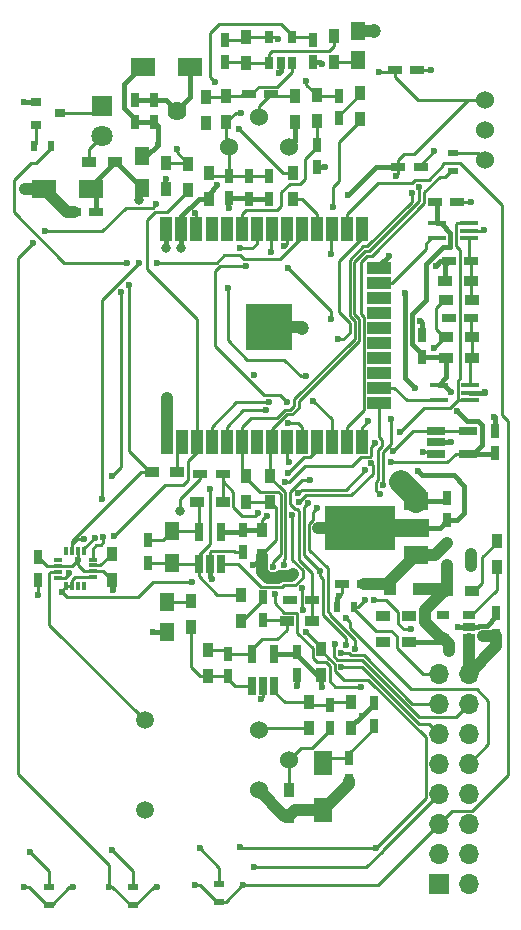
<source format=gbr>
G04 #@! TF.FileFunction,Copper,L2,Bot,Signal*
%FSLAX46Y46*%
G04 Gerber Fmt 4.6, Leading zero omitted, Abs format (unit mm)*
G04 Created by KiCad (PCBNEW 4.0.7-e2-6376~58~ubuntu17.04.1) date Thu Oct 26 07:28:53 2017*
%MOMM*%
%LPD*%
G01*
G04 APERTURE LIST*
%ADD10C,0.100000*%
%ADD11R,0.750000X1.200000*%
%ADD12R,1.200000X0.750000*%
%ADD13R,1.000000X2.000000*%
%ADD14R,2.000000X1.000000*%
%ADD15R,4.000000X4.000000*%
%ADD16R,1.800000X1.800000*%
%ADD17C,1.800000*%
%ADD18C,1.500000*%
%ADD19R,0.900000X0.800000*%
%ADD20R,0.900000X0.500000*%
%ADD21R,0.500000X0.900000*%
%ADD22C,1.524000*%
%ADD23C,1.624000*%
%ADD24R,6.000000X3.800000*%
%ADD25R,3.000000X1.500000*%
%ADD26R,2.000000X1.500000*%
%ADD27R,2.000000X1.600000*%
%ADD28R,1.600000X2.000000*%
%ADD29R,1.250000X1.500000*%
%ADD30R,0.900000X1.200000*%
%ADD31R,1.000000X1.000000*%
%ADD32R,1.200000X0.900000*%
%ADD33R,1.300000X1.500000*%
%ADD34R,1.060000X0.650000*%
%ADD35R,0.650000X1.060000*%
%ADD36R,0.650000X1.560000*%
%ADD37R,1.560000X0.650000*%
%ADD38R,1.500000X0.400000*%
%ADD39R,1.700000X1.700000*%
%ADD40O,1.700000X1.700000*%
%ADD41R,0.750000X0.300000*%
%ADD42R,0.300000X0.750000*%
%ADD43C,0.600000*%
%ADD44C,0.800000*%
%ADD45C,1.200000*%
%ADD46C,0.250000*%
%ADD47C,0.400000*%
%ADD48C,1.000000*%
%ADD49C,2.000000*%
G04 APERTURE END LIST*
D10*
D11*
X151990000Y-52720000D03*
X151990000Y-54620000D03*
D12*
X156340000Y-98830000D03*
X154440000Y-98830000D03*
D13*
X142128200Y-68723880D03*
X142156200Y-86757880D03*
D14*
X157622200Y-82185880D03*
X157622200Y-83455880D03*
X157622200Y-77105880D03*
X157622200Y-78375880D03*
X157622200Y-80915880D03*
X157622200Y-79645880D03*
X157622200Y-74565880D03*
X157622200Y-75835880D03*
X157622200Y-73295880D03*
X157622200Y-72025880D03*
D13*
X139608200Y-86741880D03*
X140886200Y-86757880D03*
X144696200Y-86757880D03*
X143418200Y-86741880D03*
X148498200Y-86741880D03*
X149776200Y-86757880D03*
X147236200Y-86757880D03*
X145958200Y-86741880D03*
X156118200Y-86741880D03*
X153578200Y-86741880D03*
X154856200Y-86757880D03*
X152316200Y-86757880D03*
X151038200Y-86741880D03*
X151038200Y-68707880D03*
X152316200Y-68723880D03*
X154856200Y-68723880D03*
X153578200Y-68707880D03*
X156118200Y-68707880D03*
X145958200Y-68707880D03*
X147236200Y-68723880D03*
X149776200Y-68723880D03*
X148498200Y-68707880D03*
X143418200Y-68707880D03*
X144696200Y-68723880D03*
X140858200Y-68723880D03*
X139588200Y-68723880D03*
D15*
X148275000Y-77050000D03*
D16*
X134150000Y-58310000D03*
D17*
X134150000Y-60850000D03*
D18*
X137750000Y-117950000D03*
X137750000Y-110350000D03*
D19*
X128550000Y-59900000D03*
X128550000Y-58000000D03*
X130550000Y-58950000D03*
D20*
X163880000Y-62320000D03*
X163880000Y-63820000D03*
D21*
X128350000Y-61700000D03*
X129850000Y-61700000D03*
D20*
X136750000Y-125950000D03*
X136750000Y-124450000D03*
D21*
X155500000Y-100730000D03*
X154000000Y-100730000D03*
D22*
X166520000Y-62900000D03*
X166520000Y-60360000D03*
X166520000Y-57820000D03*
D23*
X140450000Y-58720000D03*
D22*
X144910000Y-61765000D03*
X149990000Y-61765000D03*
X147450000Y-59225000D03*
X147425000Y-111175000D03*
X147425000Y-116255000D03*
X149965000Y-113715000D03*
D24*
X155960000Y-94070000D03*
D25*
X160380000Y-94070000D03*
D26*
X160710000Y-96370000D03*
X160710000Y-91770000D03*
D20*
X144025000Y-125725000D03*
X144025000Y-124225000D03*
X129655000Y-125965000D03*
X129655000Y-124465000D03*
D11*
X138520000Y-59690000D03*
X138520000Y-57790000D03*
D27*
X137590000Y-55040000D03*
X141590000Y-55040000D03*
D11*
X167520000Y-103180000D03*
X167520000Y-101280000D03*
X128700000Y-98440000D03*
X128700000Y-96540000D03*
D12*
X158930000Y-55280000D03*
X160830000Y-55280000D03*
D11*
X136940000Y-59680000D03*
X136940000Y-57780000D03*
D12*
X159200000Y-63520000D03*
X161100000Y-63520000D03*
D11*
X144910000Y-64220000D03*
X144910000Y-66120000D03*
X146610000Y-64270000D03*
X146610000Y-66170000D03*
X148310000Y-64270000D03*
X148310000Y-66170000D03*
D28*
X152800000Y-113950000D03*
X152800000Y-117950000D03*
D11*
X155050000Y-113550000D03*
X155050000Y-115450000D03*
X157130000Y-110810000D03*
X157130000Y-108910000D03*
X150680000Y-104590000D03*
X150680000Y-106490000D03*
X146050000Y-94200000D03*
X146050000Y-96100000D03*
D12*
X162320000Y-66490000D03*
X164220000Y-66490000D03*
D29*
X155800000Y-54450000D03*
X155800000Y-51950000D03*
X139640000Y-100340000D03*
X139640000Y-102840000D03*
D12*
X148450000Y-57350000D03*
X146550000Y-57350000D03*
D11*
X153430000Y-110960000D03*
X153430000Y-109060000D03*
X144570000Y-54640000D03*
X144570000Y-52740000D03*
X144770000Y-106590000D03*
X144770000Y-104690000D03*
X154200000Y-57450000D03*
X154200000Y-59350000D03*
X147750000Y-101820000D03*
X147750000Y-99920000D03*
X152300000Y-61600000D03*
X152300000Y-63500000D03*
D12*
X151950000Y-100150000D03*
X150050000Y-100150000D03*
D11*
X138050000Y-97000000D03*
X138050000Y-95100000D03*
D12*
X144340000Y-89470000D03*
X142440000Y-89470000D03*
X165370000Y-71480000D03*
X163470000Y-71480000D03*
X165400000Y-76250000D03*
X163500000Y-76250000D03*
D11*
X161220000Y-79590000D03*
X161220000Y-77690000D03*
X167380000Y-87730000D03*
X167380000Y-85830000D03*
D27*
X133200000Y-65360000D03*
X129200000Y-65360000D03*
D12*
X133620000Y-67320000D03*
X131720000Y-67320000D03*
D30*
X167530000Y-97360000D03*
X167530000Y-95160000D03*
D31*
X158510000Y-99180000D03*
X161010000Y-99180000D03*
D19*
X163380000Y-97210000D03*
X163380000Y-95310000D03*
X165380000Y-96260000D03*
D30*
X150270000Y-66190000D03*
X150270000Y-63990000D03*
D32*
X138320000Y-89320000D03*
X140520000Y-89320000D03*
X135200000Y-63100000D03*
X133000000Y-63100000D03*
D30*
X148390000Y-89660000D03*
X148390000Y-91860000D03*
X146360000Y-89660000D03*
X146360000Y-91860000D03*
X139570000Y-65390000D03*
X139570000Y-63190000D03*
D32*
X163240000Y-99390000D03*
X165440000Y-99390000D03*
D33*
X137530000Y-65300000D03*
X137530000Y-62600000D03*
D30*
X144650000Y-59700000D03*
X144650000Y-57500000D03*
X143160000Y-63970000D03*
X143160000Y-66170000D03*
D32*
X157880000Y-101480000D03*
X160080000Y-101480000D03*
D30*
X134940000Y-96290000D03*
X134940000Y-98490000D03*
D33*
X140050000Y-94350000D03*
X140050000Y-97050000D03*
D32*
X160090000Y-103680000D03*
X157890000Y-103680000D03*
D30*
X152690000Y-106460000D03*
X152690000Y-104260000D03*
X147700000Y-94200000D03*
X147700000Y-96400000D03*
X150500000Y-57450000D03*
X150500000Y-59650000D03*
X150000000Y-116200000D03*
X150000000Y-118400000D03*
X153800000Y-52400000D03*
X153800000Y-54600000D03*
X141690000Y-102400000D03*
X141690000Y-100200000D03*
X142900000Y-57560000D03*
X142900000Y-59760000D03*
X151630000Y-110960000D03*
X151630000Y-108760000D03*
X155230000Y-108760000D03*
X155230000Y-110960000D03*
X146300000Y-52490000D03*
X146300000Y-54690000D03*
X143100000Y-104360000D03*
X143100000Y-106560000D03*
D32*
X163280000Y-79660000D03*
X165480000Y-79660000D03*
D30*
X152300000Y-59600000D03*
X152300000Y-57400000D03*
D32*
X151950000Y-101950000D03*
X149750000Y-101950000D03*
D30*
X155950000Y-59450000D03*
X155950000Y-57250000D03*
X145870000Y-99710000D03*
X145870000Y-101910000D03*
D32*
X144400000Y-91820000D03*
X142200000Y-91820000D03*
X165460000Y-77910000D03*
X163260000Y-77910000D03*
X163230000Y-74730000D03*
X165430000Y-74730000D03*
X165390000Y-73120000D03*
X163190000Y-73120000D03*
D30*
X141420000Y-65400000D03*
X141420000Y-63200000D03*
D34*
X165200000Y-101450000D03*
X165200000Y-102400000D03*
X165200000Y-103350000D03*
X163000000Y-103350000D03*
X163000000Y-101450000D03*
D35*
X150210000Y-54690000D03*
X149260000Y-54690000D03*
X148310000Y-54690000D03*
X148310000Y-52490000D03*
X150210000Y-52490000D03*
D36*
X148730000Y-107450000D03*
X147780000Y-107450000D03*
X146830000Y-107450000D03*
X146830000Y-104750000D03*
X148730000Y-104750000D03*
X144200000Y-97100000D03*
X143250000Y-97100000D03*
X142300000Y-97100000D03*
X142300000Y-94400000D03*
X144200000Y-94400000D03*
D37*
X162400000Y-87750000D03*
X162400000Y-86800000D03*
X162400000Y-85850000D03*
X165100000Y-85850000D03*
X165100000Y-87750000D03*
D38*
X165190000Y-68240000D03*
X165190000Y-68890000D03*
X165190000Y-69540000D03*
X162530000Y-69540000D03*
X162530000Y-68240000D03*
X165310000Y-81940000D03*
X165310000Y-82590000D03*
X165310000Y-83240000D03*
X162650000Y-83240000D03*
X162650000Y-81940000D03*
D39*
X162660000Y-124180000D03*
D40*
X165200000Y-124180000D03*
X162660000Y-121640000D03*
X165200000Y-121640000D03*
X162660000Y-119100000D03*
X165200000Y-119100000D03*
X162660000Y-116560000D03*
X165200000Y-116560000D03*
X162660000Y-114020000D03*
X165200000Y-114020000D03*
X162660000Y-111480000D03*
X165200000Y-111480000D03*
X162660000Y-108940000D03*
X165200000Y-108940000D03*
X162660000Y-106400000D03*
X165200000Y-106400000D03*
D11*
X163380000Y-93400000D03*
X163380000Y-91500000D03*
D41*
X133330000Y-98230000D03*
X133330000Y-97730000D03*
X133330000Y-96730000D03*
X133330000Y-97230000D03*
D42*
X131110000Y-98990000D03*
X131610000Y-98990000D03*
X132110000Y-98990000D03*
X132610000Y-98990000D03*
X132610000Y-96010000D03*
X132110000Y-96010000D03*
X131610000Y-96010000D03*
X131110000Y-96010000D03*
D41*
X130410000Y-98270000D03*
X130410000Y-97770000D03*
X130410000Y-97270000D03*
X130410000Y-96770000D03*
D43*
X144870000Y-66960000D03*
X161100000Y-63520000D03*
X150043051Y-100156949D03*
X152720000Y-54760000D03*
X161060010Y-76570000D03*
X162374010Y-71870952D03*
X158400000Y-71030000D03*
X150660000Y-107440000D03*
X162250000Y-62170000D03*
X142900000Y-59760000D03*
X139580000Y-64470000D03*
X167360222Y-84625797D03*
D44*
X140760000Y-92630000D03*
X139610000Y-83080000D03*
D43*
X147608000Y-108554000D03*
X135028843Y-99292990D03*
X153050000Y-63480000D03*
X157880000Y-101480000D03*
X157890000Y-103680000D03*
X143400000Y-98340000D03*
X138470000Y-102840000D03*
X132091421Y-96759383D03*
X149140000Y-55490000D03*
D45*
X157180000Y-51990000D03*
D43*
X163690000Y-86790000D03*
X154230000Y-99790000D03*
X164300000Y-102410000D03*
D45*
X159480000Y-90170000D03*
D43*
X166590000Y-82540000D03*
X163500000Y-76250000D03*
X166490000Y-68860000D03*
X165340000Y-66490000D03*
X161970000Y-55270000D03*
D45*
X151100000Y-77080000D03*
D44*
X139580000Y-70340000D03*
X127580000Y-65360000D03*
D43*
X127490000Y-58010000D03*
X156120000Y-109940000D03*
X138830000Y-61640000D03*
X145880000Y-58910000D03*
X143700000Y-56290000D03*
D44*
X163550000Y-104450000D03*
D43*
X159030000Y-64270000D03*
X148390000Y-91860000D03*
X151060000Y-99160000D03*
X151139987Y-101024213D03*
X151410000Y-102850002D03*
X154970000Y-65860000D03*
X159750000Y-74120000D03*
X160600000Y-82240000D03*
X160900000Y-89270000D03*
X143880000Y-65040000D03*
X146360000Y-91860000D03*
D44*
X150339536Y-97948464D03*
D43*
X146950000Y-97230000D03*
X141766000Y-98648000D03*
D44*
X137224359Y-66268989D03*
X152434000Y-94076000D03*
D43*
X145840000Y-121090000D03*
X157310000Y-121110000D03*
X130710000Y-99435000D03*
X128690000Y-99690000D03*
X157580000Y-55460000D03*
D44*
X140850000Y-70340000D03*
D43*
X152720000Y-107510000D03*
X152800000Y-113950000D03*
X164210000Y-84140000D03*
X163659989Y-82530000D03*
X156402680Y-89181557D03*
X150725136Y-91128051D03*
X148116000Y-93075011D03*
X158575021Y-88488000D03*
X151420000Y-56170000D03*
X149020000Y-52630000D03*
X146350808Y-71855313D03*
X145785783Y-70389966D03*
X151775556Y-89984444D03*
X149824882Y-83411694D03*
X153704000Y-66898000D03*
X143290000Y-90774000D03*
X159360000Y-85890000D03*
X157260000Y-86850000D03*
X149630000Y-90140000D03*
X147300000Y-92800000D03*
X135010000Y-121340000D03*
X157634989Y-91192483D03*
X156390000Y-100150000D03*
X138800000Y-124410000D03*
X128260000Y-69950000D03*
X129320000Y-68930000D03*
X138718000Y-66644000D03*
X142020000Y-67406000D03*
X134700000Y-124410000D03*
D44*
X166400000Y-103230000D03*
X165400000Y-97250000D03*
D43*
X145700000Y-60260000D03*
X135750000Y-74070000D03*
X134950000Y-89670000D03*
X154341041Y-104649513D03*
X133495000Y-94900000D03*
X136410000Y-73455700D03*
X154390022Y-105799525D03*
X132610855Y-94967212D03*
X136210000Y-71620000D03*
X144810000Y-73760000D03*
X151370000Y-81170000D03*
X152020000Y-83270000D03*
X160980000Y-65219274D03*
X149500000Y-97180000D03*
X154820000Y-101680000D03*
X156050000Y-107480000D03*
X148740000Y-99680000D03*
X148610000Y-97319978D03*
X160360000Y-65730000D03*
X140440000Y-61990000D03*
X163000000Y-101450000D03*
X160080000Y-101480000D03*
X151608688Y-91908688D03*
X154825476Y-103923497D03*
X148038124Y-84098602D03*
X152560000Y-97680000D03*
X155510000Y-104260000D03*
X152310000Y-92390000D03*
X148310000Y-83350000D03*
X149983017Y-88453796D03*
X149890000Y-89360000D03*
X149910000Y-85140000D03*
X154120526Y-78081825D03*
X153540000Y-70820000D03*
X147000000Y-81100000D03*
X153510000Y-76374990D03*
X149851985Y-72021985D03*
X149500556Y-70150556D03*
X148440000Y-70690000D03*
X156865342Y-88591251D03*
X150224146Y-92950389D03*
X150784657Y-91875697D03*
X158800000Y-87540000D03*
X127540000Y-124490000D03*
X160300000Y-102620000D03*
X157200000Y-100120000D03*
X157910000Y-90450000D03*
X158600000Y-84830000D03*
X156690000Y-85010000D03*
X146960000Y-122790000D03*
X131640000Y-124490000D03*
X141970000Y-124300000D03*
X146070000Y-124300000D03*
X142410000Y-121190000D03*
X128000000Y-121480000D03*
X131325102Y-97895010D03*
X161300000Y-87610000D03*
X162230000Y-78810000D03*
X135150000Y-94770000D03*
X153870826Y-103891292D03*
X134242858Y-94843202D03*
X134150000Y-91600000D03*
X137240000Y-71630000D03*
X138770000Y-71590000D03*
D46*
X144910000Y-66120000D02*
X144910000Y-66920000D01*
X144910000Y-66920000D02*
X144870000Y-66960000D01*
X148310000Y-66170000D02*
X148310000Y-65945000D01*
X130410000Y-97270000D02*
X131580804Y-97270000D01*
X131580804Y-97270000D02*
X132091421Y-96759383D01*
X130410000Y-97270000D02*
X129430000Y-97270000D01*
X129430000Y-97270000D02*
X128700000Y-96540000D01*
X128700000Y-96540000D02*
X128700000Y-96610000D01*
X132091421Y-96759383D02*
X132091421Y-97183647D01*
X132091421Y-97183647D02*
X132637774Y-97730000D01*
X132637774Y-97730000D02*
X133330000Y-97730000D01*
X134940000Y-98490000D02*
X134180000Y-97730000D01*
X134180000Y-97730000D02*
X133330000Y-97730000D01*
X161100000Y-63520000D02*
X161100000Y-63320000D01*
X161100000Y-63320000D02*
X162250000Y-62170000D01*
D47*
X154000000Y-100730000D02*
X154000000Y-100020000D01*
X154000000Y-100020000D02*
X154230000Y-99790000D01*
X151990000Y-54620000D02*
X152580000Y-54620000D01*
X152580000Y-54620000D02*
X152720000Y-54760000D01*
X161100000Y-76570000D02*
X161060010Y-76570000D01*
X161220000Y-76690000D02*
X161100000Y-76570000D01*
X161220000Y-77690000D02*
X161220000Y-76690000D01*
X162764962Y-71480000D02*
X162374010Y-71870952D01*
X163470000Y-71480000D02*
X162764962Y-71480000D01*
X157622200Y-72025880D02*
X157622200Y-71807800D01*
X157622200Y-71807800D02*
X158400000Y-71030000D01*
X150680000Y-106490000D02*
X150680000Y-107420000D01*
X150680000Y-107420000D02*
X150660000Y-107440000D01*
D46*
X139570000Y-65390000D02*
X139570000Y-64480000D01*
X139570000Y-64480000D02*
X139580000Y-64470000D01*
D47*
X167380000Y-84645575D02*
X167360222Y-84625797D01*
X167380000Y-85830000D02*
X167380000Y-84645575D01*
D46*
X142440000Y-89470000D02*
X142440000Y-89944998D01*
X142440000Y-89944998D02*
X140760000Y-91624998D01*
X140760000Y-91624998D02*
X140760000Y-92630000D01*
D48*
X139608200Y-86741880D02*
X139608200Y-83081800D01*
X139608200Y-83081800D02*
X139610000Y-83080000D01*
D46*
X147780000Y-107450000D02*
X147780000Y-108382000D01*
X147780000Y-108382000D02*
X147608000Y-108554000D01*
X146050000Y-96100000D02*
X145425000Y-96100000D01*
X143325001Y-95994999D02*
X143250000Y-96070000D01*
X145425000Y-96100000D02*
X145319999Y-95994999D01*
X143250000Y-96070000D02*
X143250000Y-97100000D01*
X145319999Y-95994999D02*
X143325001Y-95994999D01*
D47*
X135028843Y-98868726D02*
X135028843Y-99292990D01*
X135028843Y-98578843D02*
X135028843Y-98868726D01*
X134940000Y-98490000D02*
X135028843Y-98578843D01*
X152300000Y-63500000D02*
X153030000Y-63500000D01*
X153030000Y-63500000D02*
X153050000Y-63480000D01*
X150500000Y-59650000D02*
X150500000Y-61255000D01*
X150500000Y-61255000D02*
X149990000Y-61765000D01*
X146610000Y-66170000D02*
X148310000Y-66170000D01*
X144910000Y-66120000D02*
X146560000Y-66120000D01*
X146560000Y-66120000D02*
X146610000Y-66170000D01*
X138520000Y-57790000D02*
X139520000Y-57790000D01*
X139520000Y-57790000D02*
X140450000Y-58720000D01*
X136940000Y-57780000D02*
X138510000Y-57780000D01*
X138510000Y-57780000D02*
X138520000Y-57790000D01*
X141590000Y-55040000D02*
X141590000Y-57580000D01*
X141590000Y-57580000D02*
X140450000Y-58720000D01*
X143250000Y-97100000D02*
X143250000Y-98190000D01*
X143250000Y-98190000D02*
X143400000Y-98340000D01*
X139640000Y-102840000D02*
X138470000Y-102840000D01*
D46*
X132110000Y-96010000D02*
X132110000Y-96740804D01*
X132110000Y-96740804D02*
X132091421Y-96759383D01*
D47*
X149260000Y-54690000D02*
X149260000Y-55370000D01*
X149260000Y-55370000D02*
X149140000Y-55490000D01*
D48*
X155800000Y-51950000D02*
X157140000Y-51950000D01*
X157140000Y-51950000D02*
X157180000Y-51990000D01*
D47*
X162400000Y-86800000D02*
X163680000Y-86800000D01*
X163680000Y-86800000D02*
X163690000Y-86790000D01*
D46*
X154440000Y-98830000D02*
X154440000Y-99580000D01*
X154440000Y-99580000D02*
X154230000Y-99790000D01*
D47*
X167520000Y-101280000D02*
X167520000Y-101505000D01*
X166695010Y-102329990D02*
X166027204Y-102329990D01*
X167520000Y-101505000D02*
X166695010Y-102329990D01*
X166027204Y-102329990D02*
X165957194Y-102400000D01*
X165957194Y-102400000D02*
X165200000Y-102400000D01*
X165200000Y-102400000D02*
X164310000Y-102400000D01*
X164310000Y-102400000D02*
X164300000Y-102410000D01*
D49*
X160710000Y-91770000D02*
X160710000Y-91400000D01*
X160710000Y-91400000D02*
X159480000Y-90170000D01*
D47*
X160710000Y-91770000D02*
X163110000Y-91770000D01*
X163110000Y-91770000D02*
X163380000Y-91500000D01*
X165310000Y-82590000D02*
X166540000Y-82590000D01*
X166540000Y-82590000D02*
X166590000Y-82540000D01*
X163190000Y-73120000D02*
X163190000Y-71760000D01*
X163190000Y-71760000D02*
X163470000Y-71480000D01*
D46*
X165190000Y-68890000D02*
X166460000Y-68890000D01*
X166460000Y-68890000D02*
X166490000Y-68860000D01*
X164220000Y-66490000D02*
X165340000Y-66490000D01*
X160830000Y-55280000D02*
X161960000Y-55280000D01*
X161960000Y-55280000D02*
X161970000Y-55270000D01*
D48*
X148275000Y-77050000D02*
X151070000Y-77050000D01*
X151070000Y-77050000D02*
X151100000Y-77080000D01*
D47*
X139588200Y-68723880D02*
X139588200Y-70331800D01*
X139588200Y-70331800D02*
X139580000Y-70340000D01*
D48*
X129200000Y-65360000D02*
X127580000Y-65360000D01*
X131720000Y-67320000D02*
X131160000Y-67320000D01*
X131160000Y-67320000D02*
X129200000Y-65360000D01*
D47*
X128550000Y-58000000D02*
X127500000Y-58000000D01*
X127500000Y-58000000D02*
X127490000Y-58010000D01*
X157130000Y-108910000D02*
X157130000Y-108930000D01*
X157130000Y-108930000D02*
X156120000Y-109940000D01*
X155230000Y-110960000D02*
X155230000Y-110830000D01*
X155230000Y-110830000D02*
X156120000Y-109940000D01*
X155230000Y-110960000D02*
X155230000Y-110810000D01*
D48*
X152800000Y-117950000D02*
X150450000Y-117950000D01*
X150450000Y-117950000D02*
X150000000Y-118400000D01*
X155050000Y-115450000D02*
X155050000Y-115700000D01*
X155050000Y-115700000D02*
X152800000Y-117950000D01*
X150000000Y-118400000D02*
X149570000Y-118400000D01*
X149570000Y-118400000D02*
X147425000Y-116255000D01*
D47*
X138830000Y-61640000D02*
X138830000Y-60000000D01*
X138830000Y-60000000D02*
X138520000Y-59690000D01*
X137530000Y-62600000D02*
X137870000Y-62600000D01*
X137870000Y-62600000D02*
X138830000Y-61640000D01*
X136940000Y-59680000D02*
X138510000Y-59680000D01*
X138510000Y-59680000D02*
X138520000Y-59690000D01*
X135970000Y-56460000D02*
X135970000Y-58485000D01*
X135970000Y-58485000D02*
X136940000Y-59455000D01*
X136940000Y-59455000D02*
X136940000Y-59680000D01*
X137590000Y-55040000D02*
X137390000Y-55040000D01*
X137390000Y-55040000D02*
X135970000Y-56460000D01*
D46*
X137620000Y-54440000D02*
X137420000Y-54440000D01*
X145880000Y-58910000D02*
X145440000Y-58910000D01*
X145440000Y-58910000D02*
X144650000Y-59700000D01*
X143300000Y-52150000D02*
X143300000Y-55890000D01*
X143300000Y-55890000D02*
X143700000Y-56290000D01*
X144060000Y-51390000D02*
X143300000Y-52150000D01*
X149315000Y-51390000D02*
X144060000Y-51390000D01*
X150210000Y-52490000D02*
X150210000Y-52285000D01*
X150210000Y-52285000D02*
X149315000Y-51390000D01*
X150210000Y-52490000D02*
X151760000Y-52490000D01*
X151760000Y-52490000D02*
X151990000Y-52720000D01*
X144650000Y-59700000D02*
X144650000Y-61505000D01*
X144650000Y-61505000D02*
X144910000Y-61765000D01*
X144910000Y-64220000D02*
X144910000Y-61765000D01*
X144910000Y-64220000D02*
X143410000Y-64220000D01*
X143410000Y-64220000D02*
X143160000Y-63970000D01*
X146610000Y-64270000D02*
X144960000Y-64270000D01*
X144960000Y-64270000D02*
X144910000Y-64220000D01*
X148310000Y-64270000D02*
X146610000Y-64270000D01*
D47*
X160090000Y-103680000D02*
X162670000Y-103680000D01*
X162670000Y-103680000D02*
X163000000Y-103350000D01*
D48*
X163240000Y-99390000D02*
X163090000Y-99390000D01*
X163090000Y-99390000D02*
X161470000Y-101010000D01*
X161470000Y-101010000D02*
X161470000Y-102025000D01*
X161470000Y-102025000D02*
X162795000Y-103350000D01*
X162795000Y-103350000D02*
X163000000Y-103350000D01*
X163380000Y-97210000D02*
X163380000Y-99250000D01*
X163380000Y-99250000D02*
X163240000Y-99390000D01*
X161010000Y-99180000D02*
X163030000Y-99180000D01*
X163030000Y-99180000D02*
X163240000Y-99390000D01*
X163550000Y-104450000D02*
X163550000Y-103900000D01*
X163550000Y-103900000D02*
X163000000Y-103350000D01*
D46*
X131610000Y-98990000D02*
X131610000Y-98469998D01*
X131610000Y-98469998D02*
X131849998Y-98230000D01*
X131849998Y-98230000D02*
X133330000Y-98230000D01*
X131110000Y-98990000D02*
X131610000Y-98990000D01*
X130710000Y-99435000D02*
X130710000Y-99390000D01*
X130710000Y-99390000D02*
X131110000Y-98990000D01*
X138464000Y-98648000D02*
X141766000Y-98648000D01*
X137194000Y-99918000D02*
X138464000Y-98648000D01*
X131193000Y-99918000D02*
X137194000Y-99918000D01*
X130710000Y-99435000D02*
X131193000Y-99918000D01*
X159200000Y-63520000D02*
X159200000Y-64100000D01*
X159200000Y-64100000D02*
X159030000Y-64270000D01*
X151139987Y-101024213D02*
X151060000Y-100944226D01*
X151060000Y-100944226D02*
X151060000Y-99160000D01*
X152690000Y-104110000D02*
X151410000Y-102850002D01*
X152690000Y-104260000D02*
X152690000Y-104110000D01*
X165125000Y-57820000D02*
X166520000Y-57820000D01*
X160514999Y-62430001D02*
X165125000Y-57820000D01*
X159200000Y-62895000D02*
X159664999Y-62430001D01*
X159200000Y-63520000D02*
X159200000Y-62895000D01*
X159664999Y-62430001D02*
X160514999Y-62430001D01*
D47*
X160600000Y-82240000D02*
X159750000Y-81390000D01*
X159750000Y-81390000D02*
X159750000Y-74120000D01*
X163890000Y-89580000D02*
X161210000Y-89580000D01*
X161210000Y-89580000D02*
X160900000Y-89270000D01*
X164780000Y-90470000D02*
X163890000Y-89580000D01*
X164780000Y-92775000D02*
X164780000Y-90470000D01*
X163380000Y-93400000D02*
X164155000Y-93400000D01*
X164155000Y-93400000D02*
X164780000Y-92775000D01*
X160380000Y-94070000D02*
X162710000Y-94070000D01*
X162710000Y-94070000D02*
X163380000Y-93400000D01*
X154970000Y-65860000D02*
X157310000Y-63520000D01*
X157310000Y-63520000D02*
X159200000Y-63520000D01*
X143160000Y-66170000D02*
X143160000Y-65760000D01*
X143160000Y-65760000D02*
X143880000Y-65040000D01*
D46*
X148849123Y-92319123D02*
X148390000Y-91860000D01*
X148849123Y-95100877D02*
X148849123Y-92319123D01*
X147700000Y-96250000D02*
X148849123Y-95100877D01*
X153815012Y-106142368D02*
X154577642Y-106904998D01*
X153815012Y-105540188D02*
X153815012Y-106142368D01*
X154577642Y-106904998D02*
X156651498Y-106904998D01*
X153390000Y-105110000D02*
X153390000Y-105115176D01*
X152690000Y-104410000D02*
X153390000Y-105110000D01*
X152690000Y-104260000D02*
X152690000Y-104410000D01*
X161534999Y-111788499D02*
X161534999Y-116885001D01*
X153390000Y-105115176D02*
X153815012Y-105540188D01*
X161534999Y-116885001D02*
X157310000Y-121110000D01*
X156651498Y-106904998D02*
X161534999Y-111788499D01*
D48*
X147649998Y-97776002D02*
X148143984Y-98269988D01*
X147700000Y-96400000D02*
X147649998Y-96450002D01*
X150147998Y-98140002D02*
X150339536Y-97948464D01*
X147649998Y-96450002D02*
X147649998Y-97776002D01*
X148143984Y-98269988D02*
X149066016Y-98269988D01*
X149066016Y-98269988D02*
X149196002Y-98140002D01*
X149196002Y-98140002D02*
X150147998Y-98140002D01*
D46*
X146950000Y-97230000D02*
X146950000Y-97150000D01*
X146950000Y-97150000D02*
X147700000Y-96400000D01*
D47*
X137224359Y-65703304D02*
X137224359Y-66268989D01*
X137224359Y-65605641D02*
X137224359Y-65703304D01*
X137530000Y-65300000D02*
X137224359Y-65605641D01*
D48*
X155960000Y-94070000D02*
X152440000Y-94070000D01*
X152440000Y-94070000D02*
X152434000Y-94076000D01*
D46*
X166520000Y-57820000D02*
X160845000Y-57820000D01*
X160845000Y-57820000D02*
X158930000Y-55905000D01*
X158930000Y-55905000D02*
X158930000Y-55280000D01*
X157310000Y-121110000D02*
X145860000Y-121110000D01*
X145860000Y-121110000D02*
X145840000Y-121090000D01*
X128700000Y-98440000D02*
X128700000Y-99680000D01*
X128700000Y-99680000D02*
X128690000Y-99690000D01*
D47*
X147700000Y-96250000D02*
X147700000Y-96400000D01*
D46*
X146360000Y-91860000D02*
X146230000Y-91860000D01*
X148390000Y-91860000D02*
X146360000Y-91860000D01*
D47*
X155960000Y-94070000D02*
X160380000Y-94070000D01*
D46*
X157580000Y-55460000D02*
X158750000Y-55460000D01*
X158750000Y-55460000D02*
X158930000Y-55280000D01*
D47*
X140858200Y-68723880D02*
X140858200Y-70331800D01*
X140858200Y-70331800D02*
X140850000Y-70340000D01*
X143160000Y-66170000D02*
X142310000Y-66170000D01*
X142310000Y-66170000D02*
X140858200Y-67621800D01*
X140858200Y-67621800D02*
X140858200Y-68723880D01*
X137530000Y-65400000D02*
X137530000Y-65300000D01*
X135200000Y-63100000D02*
X135330000Y-63100000D01*
X135330000Y-63100000D02*
X137530000Y-65300000D01*
X133200000Y-65360000D02*
X133200000Y-65100000D01*
X133200000Y-65100000D02*
X135200000Y-63100000D01*
X133620000Y-67320000D02*
X133620000Y-65780000D01*
X133620000Y-65780000D02*
X133200000Y-65360000D01*
X152325000Y-106460000D02*
X152690000Y-106460000D01*
X150680000Y-104815000D02*
X152325000Y-106460000D01*
X150680000Y-104590000D02*
X150680000Y-104815000D01*
X152690000Y-106460000D02*
X152690000Y-107480000D01*
X152690000Y-107480000D02*
X152720000Y-107510000D01*
X148730000Y-104750000D02*
X150520000Y-104750000D01*
X150520000Y-104750000D02*
X150680000Y-104590000D01*
D46*
X155050000Y-113550000D02*
X155050000Y-113115000D01*
X155050000Y-113115000D02*
X157130000Y-111035000D01*
X157130000Y-111035000D02*
X157130000Y-110810000D01*
X155050000Y-113550000D02*
X153200000Y-113550000D01*
X153200000Y-113550000D02*
X152800000Y-113950000D01*
X151630000Y-110960000D02*
X147640000Y-110960000D01*
X147640000Y-110960000D02*
X147425000Y-111175000D01*
D47*
X165030000Y-84960000D02*
X165945002Y-84960000D01*
X165945002Y-84960000D02*
X166280000Y-85294998D01*
X166280000Y-85294998D02*
X166280000Y-87025000D01*
X166280000Y-87025000D02*
X165555000Y-87750000D01*
X165555000Y-87750000D02*
X165100000Y-87750000D01*
X164210000Y-84140000D02*
X165030000Y-84960000D01*
X162650000Y-81940000D02*
X163069989Y-81940000D01*
X163069989Y-81940000D02*
X163659989Y-82530000D01*
X160360000Y-75950000D02*
X160360000Y-78505000D01*
X160360000Y-78505000D02*
X161220000Y-79365000D01*
X161220000Y-79365000D02*
X161220000Y-79590000D01*
X161570000Y-74740000D02*
X160360000Y-75950000D01*
X161570000Y-71684998D02*
X161570000Y-74740000D01*
X163630001Y-70239999D02*
X163014999Y-70239999D01*
X163014999Y-70239999D02*
X161570000Y-71684998D01*
X162900000Y-68329998D02*
X163630001Y-69059999D01*
X163630001Y-69059999D02*
X163630001Y-70239999D01*
X162900000Y-68240000D02*
X162900000Y-68329998D01*
X162530000Y-68240000D02*
X162900000Y-68240000D01*
D46*
X151025135Y-90828052D02*
X154756185Y-90828052D01*
X154756185Y-90828052D02*
X156402680Y-89181557D01*
X150725136Y-91128051D02*
X151025135Y-90828052D01*
X147700000Y-94200000D02*
X147700000Y-93350000D01*
X147700000Y-93350000D02*
X147974989Y-93075011D01*
X147974989Y-93075011D02*
X148116000Y-93075011D01*
X163332000Y-88488000D02*
X158575021Y-88488000D01*
X164070000Y-87750000D02*
X163332000Y-88488000D01*
X165100000Y-87750000D02*
X164070000Y-87750000D01*
D47*
X146050000Y-94200000D02*
X147700000Y-94200000D01*
X144200000Y-94400000D02*
X145850000Y-94400000D01*
X145850000Y-94400000D02*
X146050000Y-94200000D01*
X162530000Y-68240000D02*
X162530000Y-66700000D01*
X162530000Y-66700000D02*
X162320000Y-66490000D01*
X165100000Y-87750000D02*
X167360000Y-87750000D01*
X167360000Y-87750000D02*
X167380000Y-87730000D01*
X163280000Y-79660000D02*
X163280000Y-81310000D01*
X163280000Y-81310000D02*
X162650000Y-81940000D01*
X161220000Y-79590000D02*
X163210000Y-79590000D01*
X163210000Y-79590000D02*
X163280000Y-79660000D01*
D46*
X153800000Y-54600000D02*
X155650000Y-54600000D01*
X155650000Y-54600000D02*
X155800000Y-54450000D01*
X139640000Y-100340000D02*
X141550000Y-100340000D01*
X141550000Y-100340000D02*
X141690000Y-100200000D01*
X150210000Y-54690000D02*
X150210000Y-55470000D01*
X147425001Y-56699999D02*
X146775000Y-57350000D01*
X150210000Y-55470000D02*
X148980001Y-56699999D01*
X148980001Y-56699999D02*
X147425001Y-56699999D01*
X146775000Y-57350000D02*
X146550000Y-57350000D01*
X145910000Y-57500000D02*
X146060000Y-57350000D01*
X146060000Y-57350000D02*
X146550000Y-57350000D01*
X144650000Y-57500000D02*
X145910000Y-57500000D01*
X142900000Y-57560000D02*
X144590000Y-57560000D01*
X144590000Y-57560000D02*
X144650000Y-57500000D01*
X147450000Y-59225000D02*
X147450000Y-58350000D01*
X147450000Y-58350000D02*
X148450000Y-57350000D01*
X150500000Y-57450000D02*
X148550000Y-57450000D01*
X148550000Y-57450000D02*
X148450000Y-57350000D01*
X151630000Y-108760000D02*
X149585000Y-108760000D01*
X149585000Y-108760000D02*
X148730000Y-107905000D01*
X148730000Y-107905000D02*
X148730000Y-107450000D01*
X153430000Y-109060000D02*
X151930000Y-109060000D01*
X151930000Y-109060000D02*
X151630000Y-108760000D01*
X155230000Y-108760000D02*
X153730000Y-108760000D01*
X153730000Y-108760000D02*
X153430000Y-109060000D01*
X149965000Y-113715000D02*
X151005001Y-112674999D01*
X151940001Y-112674999D02*
X153430000Y-111185000D01*
X151005001Y-112674999D02*
X151940001Y-112674999D01*
X153430000Y-111185000D02*
X153430000Y-110960000D01*
X150000000Y-116200000D02*
X150000000Y-113750000D01*
X150000000Y-113750000D02*
X149965000Y-113715000D01*
X151420000Y-56170000D02*
X151420000Y-56520000D01*
X151420000Y-56520000D02*
X152300000Y-57400000D01*
X148310000Y-52490000D02*
X148880000Y-52490000D01*
X148880000Y-52490000D02*
X149020000Y-52630000D01*
X154200000Y-57450000D02*
X152350000Y-57450000D01*
X152350000Y-57450000D02*
X152300000Y-57400000D01*
X146300000Y-52490000D02*
X148310000Y-52490000D01*
X144570000Y-52740000D02*
X146050000Y-52740000D01*
X146050000Y-52740000D02*
X146300000Y-52490000D01*
X153800000Y-52400000D02*
X153800000Y-53250000D01*
X153800000Y-53250000D02*
X153355001Y-53694999D01*
X153355001Y-53694999D02*
X148525001Y-53694999D01*
X148525001Y-53694999D02*
X148310000Y-53910000D01*
X148310000Y-53910000D02*
X148310000Y-54690000D01*
X146300000Y-54690000D02*
X148310000Y-54690000D01*
X144570000Y-54640000D02*
X146250000Y-54640000D01*
X146250000Y-54640000D02*
X146300000Y-54690000D01*
X147750000Y-101820000D02*
X149620000Y-101820000D01*
X149620000Y-101820000D02*
X149750000Y-101950000D01*
X148970000Y-103430000D02*
X147695000Y-103430000D01*
X147695000Y-103430000D02*
X146830000Y-104295000D01*
X146830000Y-104295000D02*
X146830000Y-104750000D01*
X149750000Y-101950000D02*
X149750000Y-102650000D01*
X149750000Y-102650000D02*
X148970000Y-103430000D01*
X144770000Y-104690000D02*
X146770000Y-104690000D01*
X146770000Y-104690000D02*
X146830000Y-104750000D01*
X143100000Y-104360000D02*
X144440000Y-104360000D01*
X144440000Y-104360000D02*
X144770000Y-104690000D01*
X141690000Y-102400000D02*
X141690000Y-105850000D01*
X141690000Y-105850000D02*
X142400000Y-106560000D01*
X142400000Y-106560000D02*
X143100000Y-106560000D01*
X144770000Y-106590000D02*
X144770000Y-106815000D01*
X145405000Y-107450000D02*
X146830000Y-107450000D01*
X144770000Y-106815000D02*
X145405000Y-107450000D01*
X143100000Y-106560000D02*
X144740000Y-106560000D01*
X144740000Y-106560000D02*
X144770000Y-106590000D01*
X154200000Y-59350000D02*
X154200000Y-59125000D01*
X155950000Y-57375000D02*
X155950000Y-57250000D01*
X154200000Y-59125000D02*
X155950000Y-57375000D01*
X147750000Y-99920000D02*
X147750000Y-100145000D01*
X147750000Y-100145000D02*
X145985000Y-101910000D01*
X145985000Y-101910000D02*
X145870000Y-101910000D01*
X151310000Y-64495002D02*
X151310000Y-62815000D01*
X151310000Y-62815000D02*
X152300000Y-61825000D01*
X152300000Y-61825000D02*
X152300000Y-61600000D01*
X150024998Y-64890000D02*
X150915002Y-64890000D01*
X150915002Y-64890000D02*
X151310000Y-64495002D01*
X149270000Y-66770002D02*
X149270000Y-65644998D01*
X149270000Y-65644998D02*
X150024998Y-64890000D01*
X145958200Y-68707880D02*
X145958200Y-67457880D01*
X145958200Y-67457880D02*
X146321079Y-67095001D01*
X146321079Y-67095001D02*
X148945001Y-67095001D01*
X148945001Y-67095001D02*
X149270000Y-66770002D01*
X152300000Y-59600000D02*
X152300000Y-61600000D01*
X151950000Y-101950000D02*
X151950000Y-100150000D01*
X146820114Y-70389966D02*
X145785783Y-70389966D01*
X143714987Y-78665991D02*
X143714987Y-72298309D01*
X143714987Y-72298309D02*
X144157983Y-71855313D01*
X144157983Y-71855313D02*
X146350808Y-71855313D01*
X147823994Y-82774998D02*
X143714987Y-78665991D01*
X149824882Y-83411694D02*
X149188186Y-82774998D01*
X149188186Y-82774998D02*
X147823994Y-82774998D01*
X147236200Y-69973880D02*
X146820114Y-70389966D01*
X147236200Y-68723880D02*
X147236200Y-69973880D01*
X151950000Y-100150000D02*
X151950000Y-97897200D01*
X151055556Y-89984444D02*
X151775556Y-89984444D01*
X151950000Y-97897200D02*
X150799980Y-96747180D01*
X150799980Y-96747180D02*
X150799980Y-92597527D01*
X150799980Y-92597527D02*
X150653151Y-92450698D01*
X150653151Y-92450698D02*
X150508656Y-92450698D01*
X150508656Y-92450698D02*
X150060634Y-92002676D01*
X150060634Y-92002676D02*
X150060634Y-90979366D01*
X150060634Y-90979366D02*
X151055556Y-89984444D01*
X142300000Y-94400000D02*
X142300000Y-91920000D01*
X142300000Y-91920000D02*
X142200000Y-91820000D01*
X140050000Y-94350000D02*
X142250000Y-94350000D01*
X142250000Y-94350000D02*
X142300000Y-94400000D01*
X138050000Y-95100000D02*
X139300000Y-95100000D01*
X139300000Y-95100000D02*
X140050000Y-94350000D01*
X153700000Y-65170000D02*
X153700000Y-66894000D01*
X153700000Y-66894000D02*
X153704000Y-66898000D01*
X153700000Y-65170000D02*
X154212000Y-64658000D01*
X154212000Y-64658000D02*
X154212000Y-61338000D01*
X143290000Y-90774000D02*
X143290000Y-95369998D01*
X143290000Y-95369998D02*
X142300000Y-96359998D01*
X142300000Y-96359998D02*
X142300000Y-97100000D01*
X155950000Y-59450000D02*
X155950000Y-59600000D01*
X155950000Y-59600000D02*
X154212000Y-61338000D01*
X140050000Y-97050000D02*
X138100000Y-97050000D01*
X138100000Y-97050000D02*
X138050000Y-97000000D01*
X142300000Y-97100000D02*
X140100000Y-97100000D01*
X140100000Y-97100000D02*
X140050000Y-97050000D01*
X145870000Y-99710000D02*
X143880000Y-99710000D01*
X143880000Y-99710000D02*
X142300000Y-98130000D01*
X142300000Y-98130000D02*
X142300000Y-97100000D01*
X164258998Y-83240000D02*
X164310000Y-83240000D01*
X163634999Y-83863999D02*
X164258998Y-83240000D01*
X161386001Y-83863999D02*
X163634999Y-83863999D01*
X159360000Y-85890000D02*
X161386001Y-83863999D01*
X164105012Y-70195012D02*
X164105012Y-68324988D01*
X164425001Y-70515001D02*
X164105012Y-70195012D01*
X164234999Y-81569999D02*
X164425001Y-81379997D01*
X164234999Y-83164999D02*
X164234999Y-81569999D01*
X164310000Y-83240000D02*
X164234999Y-83164999D01*
X164425001Y-81379997D02*
X164425001Y-70515001D01*
X164105012Y-68324988D02*
X164190000Y-68240000D01*
X164190000Y-68240000D02*
X165190000Y-68240000D01*
X164310000Y-83240000D02*
X165310000Y-83240000D01*
X151312355Y-88816262D02*
X155283738Y-88816262D01*
X156893201Y-87961881D02*
X156893201Y-87216799D01*
X155283738Y-88816262D02*
X156083119Y-88016881D01*
X156083119Y-88016881D02*
X156838201Y-88016881D01*
X156838201Y-88016881D02*
X156893201Y-87961881D01*
X156893201Y-87216799D02*
X157260000Y-86850000D01*
X149630000Y-90140000D02*
X149988617Y-90140000D01*
X149988617Y-90140000D02*
X151312355Y-88816262D01*
X146004998Y-93050000D02*
X147050000Y-93050000D01*
X147050000Y-93050000D02*
X147300000Y-92800000D01*
X145240000Y-90995000D02*
X145240000Y-92285002D01*
X145240000Y-92285002D02*
X146004998Y-93050000D01*
X144340000Y-89470000D02*
X144340000Y-90095000D01*
X144340000Y-90095000D02*
X145240000Y-90995000D01*
X144400000Y-91820000D02*
X144400000Y-89530000D01*
X144400000Y-89530000D02*
X144340000Y-89470000D01*
X165190000Y-69540000D02*
X165190000Y-71300000D01*
X165190000Y-71300000D02*
X165370000Y-71480000D01*
X165390000Y-73120000D02*
X165390000Y-74690000D01*
X165390000Y-74690000D02*
X165430000Y-74730000D01*
X165370000Y-71480000D02*
X165370000Y-73100000D01*
X165370000Y-73100000D02*
X165390000Y-73120000D01*
X165310000Y-81940000D02*
X165310000Y-79830000D01*
X165310000Y-79830000D02*
X165480000Y-79660000D01*
X165400000Y-76250000D02*
X165400000Y-77850000D01*
X165400000Y-77850000D02*
X165460000Y-77910000D01*
X165460000Y-77910000D02*
X165460000Y-79640000D01*
X165460000Y-79640000D02*
X165480000Y-79660000D01*
X130550000Y-58950000D02*
X133510000Y-58950000D01*
X133510000Y-58950000D02*
X134150000Y-58310000D01*
X133000000Y-63100000D02*
X133000000Y-62000000D01*
X133000000Y-62000000D02*
X134150000Y-60850000D01*
X136750000Y-124450000D02*
X136750000Y-123080000D01*
X136750000Y-123080000D02*
X135010000Y-121340000D01*
X165440000Y-99390000D02*
X165590000Y-99390000D01*
X165590000Y-99390000D02*
X166290000Y-98690000D01*
X166290000Y-98690000D02*
X166290000Y-96550000D01*
X166290000Y-96550000D02*
X167530000Y-95310000D01*
X167530000Y-95310000D02*
X167530000Y-95160000D01*
X167530000Y-97360000D02*
X167530000Y-99325000D01*
X167530000Y-99325000D02*
X165405000Y-101450000D01*
X165405000Y-101450000D02*
X165200000Y-101450000D01*
X157835002Y-87116002D02*
X157506002Y-87445002D01*
X157506002Y-89992994D02*
X157334990Y-90164006D01*
X157506002Y-87445002D02*
X157506002Y-89992994D01*
X157622200Y-86361196D02*
X157835002Y-86573998D01*
X157334990Y-90892484D02*
X157634989Y-91192483D01*
X157622200Y-83455880D02*
X157622200Y-86361196D01*
X157334990Y-90164006D02*
X157334990Y-90892484D01*
X157835002Y-86573998D02*
X157835002Y-87116002D01*
X155500000Y-100730000D02*
X155810000Y-100730000D01*
X155810000Y-100730000D02*
X156390000Y-100150000D01*
X159070000Y-103224998D02*
X159070000Y-104205002D01*
X159070000Y-104205002D02*
X161264998Y-106400000D01*
X161264998Y-106400000D02*
X162660000Y-106400000D01*
X157320000Y-102750000D02*
X158595002Y-102750000D01*
X158595002Y-102750000D02*
X159070000Y-103224998D01*
X155500000Y-100730000D02*
X155500000Y-100930000D01*
X155500000Y-100930000D02*
X157320000Y-102750000D01*
X136750000Y-125950000D02*
X136950000Y-125950000D01*
X136950000Y-125950000D02*
X138490000Y-124410000D01*
X138490000Y-124410000D02*
X138800000Y-124410000D01*
X136750000Y-125950000D02*
X136550000Y-125950000D01*
X136550000Y-125950000D02*
X135010000Y-124410000D01*
X135010000Y-124410000D02*
X134700000Y-124410000D01*
X128260000Y-69950000D02*
X127960001Y-70249999D01*
X127960001Y-70249999D02*
X127960001Y-70289999D01*
X127960001Y-70289999D02*
X127034000Y-71216000D01*
X127034000Y-114904000D02*
X134700000Y-122570000D01*
X134700000Y-122570000D02*
X134700000Y-124410000D01*
X127034000Y-71216000D02*
X127034000Y-114904000D01*
X134146000Y-68930000D02*
X129320000Y-68930000D01*
X136132001Y-66943999D02*
X134146000Y-68930000D01*
X138418001Y-66943999D02*
X136132001Y-66943999D01*
X138718000Y-66644000D02*
X138418001Y-66943999D01*
X142128200Y-68723880D02*
X142128200Y-67514200D01*
X142128200Y-67514200D02*
X142020000Y-67406000D01*
X128550000Y-59900000D02*
X128550000Y-61500000D01*
X128550000Y-61500000D02*
X128350000Y-61700000D01*
D48*
X165200000Y-106400000D02*
X165200000Y-103425001D01*
X166400000Y-103230000D02*
X167470000Y-103230000D01*
X167470000Y-103230000D02*
X167520000Y-103180000D01*
X165380000Y-96260000D02*
X165380000Y-97230000D01*
X165380000Y-97230000D02*
X165400000Y-97250000D01*
X167520000Y-103180000D02*
X167520000Y-104080000D01*
X167520000Y-104080000D02*
X165200000Y-106400000D01*
D46*
X150270000Y-66190000D02*
X151032320Y-66190000D01*
X151032320Y-66190000D02*
X152316200Y-67473880D01*
X152316200Y-67473880D02*
X152316200Y-68723880D01*
X145700000Y-60260000D02*
X149430000Y-63990000D01*
X149430000Y-63990000D02*
X150270000Y-63990000D01*
X134950000Y-89670000D02*
X135750000Y-88870000D01*
X135750000Y-88870000D02*
X135750000Y-74070000D01*
X162660000Y-108940000D02*
X160383598Y-108940000D01*
X160383598Y-108940000D02*
X156278600Y-104835002D01*
X155048509Y-104649513D02*
X154341041Y-104649513D01*
X156278600Y-104835002D02*
X155233998Y-104835002D01*
X155233998Y-104835002D02*
X155048509Y-104649513D01*
X132610000Y-95785000D02*
X133495000Y-94900000D01*
X132610000Y-96010000D02*
X132610000Y-95785000D01*
X132610000Y-96010000D02*
X132610000Y-95892267D01*
X136410000Y-87560000D02*
X136410000Y-73455700D01*
X156111725Y-105799525D02*
X154390022Y-105799525D01*
X160942201Y-110630001D02*
X156111725Y-105799525D01*
X161810001Y-110630001D02*
X160942201Y-110630001D01*
X162660000Y-111480000D02*
X161810001Y-110630001D01*
X132027788Y-94967212D02*
X132610855Y-94967212D01*
X131610000Y-95385000D02*
X132027788Y-94967212D01*
X131610000Y-96010000D02*
X131610000Y-95385000D01*
X131610000Y-96010000D02*
X131610000Y-95180000D01*
X131610000Y-95180000D02*
X137470000Y-89320000D01*
X137470000Y-89320000D02*
X138320000Y-89320000D01*
X136410000Y-87560000D02*
X138170000Y-89320000D01*
X138170000Y-89320000D02*
X138320000Y-89320000D01*
X140520000Y-89320000D02*
X140520000Y-87124080D01*
X140520000Y-87124080D02*
X140886200Y-86757880D01*
X163880000Y-62320000D02*
X165940000Y-62320000D01*
X165940000Y-62320000D02*
X166520000Y-62900000D01*
X163680000Y-63820000D02*
X163880000Y-63820000D01*
X163180000Y-64320000D02*
X163680000Y-63820000D01*
X162730276Y-64320000D02*
X163180000Y-64320000D01*
X156962482Y-70990000D02*
X161420000Y-66532482D01*
X156050000Y-71513078D02*
X156573078Y-70990000D01*
X161420000Y-65630276D02*
X162730276Y-64320000D01*
X156050000Y-75911896D02*
X156050000Y-71513078D01*
X156315035Y-76176931D02*
X156050000Y-75911896D01*
X156315035Y-84049045D02*
X156315035Y-76176931D01*
X161420000Y-66532482D02*
X161420000Y-65630276D01*
X154856200Y-85507880D02*
X156315035Y-84049045D01*
X154856200Y-86757880D02*
X154856200Y-85507880D01*
X156573078Y-70990000D02*
X156962482Y-70990000D01*
X136210000Y-71620000D02*
X130950000Y-71620000D01*
X126670000Y-67340000D02*
X126670000Y-64610000D01*
X128560000Y-63190000D02*
X129850000Y-61900000D01*
X130950000Y-71620000D02*
X126670000Y-67340000D01*
X126670000Y-64610000D02*
X128090000Y-63190000D01*
X128090000Y-63190000D02*
X128560000Y-63190000D01*
X129850000Y-61900000D02*
X129850000Y-61700000D01*
X146429998Y-79790000D02*
X144810000Y-78170002D01*
X144810000Y-78170002D02*
X144810000Y-73760000D01*
X149565736Y-79790000D02*
X146429998Y-79790000D01*
X151370000Y-81170000D02*
X150945736Y-81170000D01*
X150945736Y-81170000D02*
X149565736Y-79790000D01*
X153578200Y-86741880D02*
X153578200Y-84828200D01*
X153578200Y-84828200D02*
X152020000Y-83270000D01*
X148390000Y-89810000D02*
X149090000Y-90510000D01*
X149090000Y-90510000D02*
X149150702Y-90510000D01*
X148390000Y-89660000D02*
X148390000Y-89810000D01*
X149649145Y-96606591D02*
X149500000Y-96755736D01*
X149500000Y-96755736D02*
X149500000Y-97180000D01*
X149649145Y-91008443D02*
X149649145Y-96606591D01*
X149150702Y-90510000D02*
X149649145Y-91008443D01*
X160980000Y-66374300D02*
X160980000Y-65219274D01*
X156764311Y-70589989D02*
X160980000Y-66374300D01*
X156407389Y-70589989D02*
X156764311Y-70589989D01*
X155490011Y-71507367D02*
X156407389Y-70589989D01*
X155490011Y-75917607D02*
X155490011Y-71507367D01*
X149758701Y-84440297D02*
X150212983Y-84440297D01*
X150212983Y-84440297D02*
X150799895Y-83853385D01*
X150799895Y-83853385D02*
X150799895Y-83315805D01*
X150799895Y-83315805D02*
X155915024Y-78200676D01*
X148498200Y-86741880D02*
X148498200Y-85700798D01*
X148498200Y-85700798D02*
X149758701Y-84440297D01*
X155915024Y-76342620D02*
X155490011Y-75917607D01*
X155915024Y-78200676D02*
X155915024Y-76342620D01*
X154820000Y-101680000D02*
X155119999Y-101979999D01*
X165850000Y-107720000D02*
X166850000Y-108720000D01*
X155119999Y-101979999D02*
X155119999Y-102545001D01*
X155119999Y-102545001D02*
X160294998Y-107720000D01*
X160294998Y-107720000D02*
X165850000Y-107720000D01*
X166850000Y-108720000D02*
X166850000Y-112370000D01*
X166850000Y-112370000D02*
X165200000Y-114020000D01*
X148390000Y-89660000D02*
X148390000Y-86850080D01*
X148390000Y-86850080D02*
X148498200Y-86741880D01*
X148740000Y-99680000D02*
X148740000Y-100400002D01*
X148740000Y-100400002D02*
X149564997Y-101224999D01*
X150570001Y-101224999D02*
X150625001Y-101279999D01*
X151964999Y-104256005D02*
X151964999Y-105080001D01*
X149564997Y-101224999D02*
X150570001Y-101224999D01*
X150625001Y-101279999D02*
X150625001Y-102916007D01*
X150625001Y-102916007D02*
X151964999Y-104256005D01*
X151964999Y-105080001D02*
X152294998Y-105410000D01*
X153119124Y-105410000D02*
X153415001Y-105705877D01*
X152294998Y-105410000D02*
X153119124Y-105410000D01*
X153415001Y-105705877D02*
X153415001Y-107014891D01*
X153415001Y-107014891D02*
X153880110Y-107480000D01*
X153880110Y-107480000D02*
X156050000Y-107480000D01*
X148610000Y-96895714D02*
X148610000Y-97319978D01*
X149060001Y-90984999D02*
X149249134Y-91174132D01*
X147534999Y-90984999D02*
X149060001Y-90984999D01*
X146360000Y-89660000D02*
X146360000Y-89810000D01*
X149249134Y-91174132D02*
X149249134Y-96256580D01*
X149249134Y-96256580D02*
X148610000Y-96895714D01*
X146360000Y-89810000D02*
X147534999Y-90984999D01*
X155090000Y-76083296D02*
X155090000Y-71341678D01*
X155515013Y-78034987D02*
X155515013Y-76508309D01*
X150399884Y-83150116D02*
X155515013Y-78034987D01*
X155090000Y-71341678D02*
X156241700Y-70189978D01*
X150399884Y-83687696D02*
X150399884Y-83150116D01*
X160360000Y-66428600D02*
X160360000Y-65730000D01*
X156598622Y-70189978D02*
X160360000Y-66428600D01*
X156241700Y-70189978D02*
X156598622Y-70189978D01*
X148924988Y-84708310D02*
X149593012Y-84040286D01*
X146741770Y-84708310D02*
X148924988Y-84708310D01*
X145958200Y-85491880D02*
X146741770Y-84708310D01*
X145958200Y-86741880D02*
X145958200Y-85491880D01*
X149593012Y-84040286D02*
X150047294Y-84040286D01*
X150047294Y-84040286D02*
X150399884Y-83687696D01*
X155515013Y-76508309D02*
X155090000Y-76083296D01*
X145958200Y-86741880D02*
X145958200Y-89258200D01*
X145958200Y-89258200D02*
X146360000Y-89660000D01*
X139570000Y-63190000D02*
X141410000Y-63190000D01*
X141410000Y-63190000D02*
X141420000Y-63200000D01*
X140440000Y-61990000D02*
X140440000Y-62220000D01*
X140440000Y-62220000D02*
X141420000Y-63200000D01*
X134940000Y-96290000D02*
X134000000Y-97230000D01*
X134000000Y-97230000D02*
X133330000Y-97230000D01*
X151199991Y-92317385D02*
X151608688Y-91908688D01*
X151199991Y-96319991D02*
X151199991Y-92317385D01*
X152560000Y-97680000D02*
X151199991Y-96319991D01*
X154825476Y-103406178D02*
X154825476Y-103923497D01*
X152560000Y-97680000D02*
X152560000Y-98104264D01*
X152560000Y-98104264D02*
X152825001Y-98369265D01*
X152825001Y-101405703D02*
X154825476Y-103406178D01*
X152825001Y-98369265D02*
X152825001Y-101405703D01*
X144696200Y-86757880D02*
X144696200Y-85507880D01*
X146105478Y-84098602D02*
X148038124Y-84098602D01*
X144696200Y-85507880D02*
X146105478Y-84098602D01*
X155510000Y-103525002D02*
X155510000Y-104260000D01*
X153225012Y-101095012D02*
X153424999Y-101294999D01*
X153424999Y-101294999D02*
X153424999Y-101440001D01*
X153424999Y-101440001D02*
X155510000Y-103525002D01*
X151658992Y-95888992D02*
X153225012Y-97455012D01*
X153225012Y-97455012D02*
X153225012Y-101095012D01*
X151658992Y-93754980D02*
X151658992Y-95888992D01*
X152310000Y-92390000D02*
X152010001Y-92689999D01*
X152010001Y-92689999D02*
X152010001Y-93403970D01*
X152010001Y-93403970D02*
X151658992Y-93754980D01*
X148240000Y-83420000D02*
X148310000Y-83350000D01*
X145490080Y-83420000D02*
X148240000Y-83420000D01*
X143418200Y-86741880D02*
X143418200Y-85491880D01*
X143418200Y-85491880D02*
X145490080Y-83420000D01*
X162530000Y-69540000D02*
X161980000Y-69540000D01*
X161980000Y-69540000D02*
X161530000Y-69990000D01*
X161530000Y-70458234D02*
X158692354Y-73295880D01*
X161530000Y-69990000D02*
X161530000Y-70458234D01*
X158692354Y-73295880D02*
X157622200Y-73295880D01*
X149776200Y-88246979D02*
X149983017Y-88453796D01*
X149776200Y-86757880D02*
X149776200Y-88246979D01*
X157622200Y-82185880D02*
X158872200Y-82185880D01*
X158872200Y-82185880D02*
X159926320Y-83240000D01*
X159926320Y-83240000D02*
X162650000Y-83240000D01*
X151233119Y-88016881D02*
X151758201Y-88016881D01*
X152316200Y-87458882D02*
X152316200Y-86757880D01*
X151758201Y-88016881D02*
X152316200Y-87458882D01*
X149890000Y-89360000D02*
X151233119Y-88016881D01*
X149910000Y-85140000D02*
X150686320Y-85140000D01*
X150686320Y-85140000D02*
X151038200Y-85491880D01*
X151038200Y-85491880D02*
X151038200Y-86741880D01*
X154173406Y-71479494D02*
X154173406Y-75732402D01*
X156118200Y-69534700D02*
X154173406Y-71479494D01*
X156118200Y-68707880D02*
X156118200Y-69534700D01*
X154544790Y-78081825D02*
X154120526Y-78081825D01*
X154173406Y-75732402D02*
X155115002Y-76673998D01*
X155115002Y-76673998D02*
X155115002Y-77511613D01*
X155115002Y-77511613D02*
X154544790Y-78081825D01*
X153540000Y-70820000D02*
X153540000Y-68746080D01*
X153540000Y-68746080D02*
X153578200Y-68707880D01*
X149851985Y-72021985D02*
X153510000Y-75680000D01*
X153510000Y-75680000D02*
X153510000Y-76374990D01*
X149599524Y-70150556D02*
X149500556Y-70150556D01*
X149776200Y-68723880D02*
X149776200Y-69973880D01*
X149776200Y-69973880D02*
X149599524Y-70150556D01*
X148440000Y-68766080D02*
X148498200Y-68707880D01*
X148440000Y-70690000D02*
X148440000Y-68766080D01*
X149517022Y-98915013D02*
X150469018Y-98915013D01*
X155230761Y-91290595D02*
X157039978Y-89481378D01*
X157039978Y-89481378D02*
X157039978Y-88765887D01*
X151413594Y-91290595D02*
X155230761Y-91290595D01*
X150784657Y-91875697D02*
X150828492Y-91875697D01*
X150828492Y-91875697D02*
X151413594Y-91290595D01*
X157039978Y-88765887D02*
X156865342Y-88591251D01*
X151114544Y-98269487D02*
X151114544Y-97627444D01*
X147583375Y-99044999D02*
X149387036Y-99044999D01*
X151114544Y-97627444D02*
X150224146Y-96737046D01*
X150224146Y-96737046D02*
X150224146Y-92950389D01*
X149387036Y-99044999D02*
X149517022Y-98915013D01*
X150469018Y-98915013D02*
X151114544Y-98269487D01*
X145638376Y-97100000D02*
X147583375Y-99044999D01*
X144200000Y-97100000D02*
X145638376Y-97100000D01*
X162400000Y-85850000D02*
X160490000Y-85850000D01*
X160490000Y-85850000D02*
X158800000Y-87540000D01*
X162400000Y-85850000D02*
X165100000Y-85850000D01*
X129655000Y-125965000D02*
X129455000Y-125965000D01*
X129455000Y-125965000D02*
X127980000Y-124490000D01*
X127980000Y-124490000D02*
X127540000Y-124490000D01*
X157910000Y-87616704D02*
X157910000Y-90450000D01*
X158600000Y-86926704D02*
X157910000Y-87616704D01*
X158600000Y-84830000D02*
X158600000Y-86926704D01*
X157200000Y-100120000D02*
X158155002Y-100120000D01*
X158155002Y-100120000D02*
X159204999Y-101169997D01*
X159204999Y-101169997D02*
X159204999Y-102150001D01*
X159204999Y-102150001D02*
X159674998Y-102620000D01*
X159674998Y-102620000D02*
X160300000Y-102620000D01*
X156118200Y-86741880D02*
X156118200Y-85581800D01*
X156118200Y-85581800D02*
X156690000Y-85010000D01*
X156481002Y-122790000D02*
X146960000Y-122790000D01*
X157885001Y-121386001D02*
X156481002Y-122790000D01*
X157885001Y-121334999D02*
X157885001Y-121386001D01*
X162660000Y-116560000D02*
X157885001Y-121334999D01*
X129655000Y-125965000D02*
X129855000Y-125965000D01*
X131330000Y-124490000D02*
X131640000Y-124490000D01*
X129855000Y-125965000D02*
X131330000Y-124490000D01*
X144025000Y-125725000D02*
X143825000Y-125725000D01*
X143825000Y-125725000D02*
X142400000Y-124300000D01*
X142400000Y-124300000D02*
X141970000Y-124300000D01*
X146070000Y-124300000D02*
X157460000Y-124300000D01*
X144025000Y-125725000D02*
X144595000Y-125725000D01*
X144595000Y-125725000D02*
X146020000Y-124300000D01*
X146020000Y-124300000D02*
X146070000Y-124300000D01*
X154856200Y-68723880D02*
X154856200Y-67473880D01*
X167960000Y-84450000D02*
X168480000Y-84970000D01*
X154856200Y-67473880D02*
X157485078Y-64845002D01*
X157485078Y-64845002D02*
X160394998Y-64845002D01*
X164435002Y-63180000D02*
X167960000Y-66704998D01*
X160394998Y-64845002D02*
X160660000Y-64580000D01*
X160660000Y-64580000D02*
X161820000Y-64580000D01*
X161820000Y-64580000D02*
X163040000Y-63360000D01*
X163040000Y-63360000D02*
X163040000Y-63180000D01*
X163040000Y-63180000D02*
X164435002Y-63180000D01*
X163785001Y-117974999D02*
X162660000Y-119100000D01*
X167960000Y-66704998D02*
X167960000Y-84450000D01*
X168480000Y-84970000D02*
X168480000Y-114945002D01*
X168480000Y-114945002D02*
X165450003Y-117974999D01*
X165450003Y-117974999D02*
X163785001Y-117974999D01*
X162660000Y-119100000D02*
X157460000Y-124300000D01*
X144025000Y-124225000D02*
X144025000Y-122805000D01*
X144025000Y-122805000D02*
X142410000Y-121190000D01*
X129655000Y-124465000D02*
X129655000Y-123135000D01*
X129655000Y-123135000D02*
X128000000Y-121480000D01*
D48*
X158510000Y-99180000D02*
X158510000Y-98570000D01*
X158510000Y-98570000D02*
X160710000Y-96370000D01*
X156340000Y-98830000D02*
X158160000Y-98830000D01*
X158160000Y-98830000D02*
X158510000Y-99180000D01*
X163380000Y-95310000D02*
X162320000Y-96370000D01*
X162320000Y-96370000D02*
X160710000Y-96370000D01*
D46*
X131035000Y-98270000D02*
X131325102Y-97979898D01*
X130410000Y-98270000D02*
X131035000Y-98270000D01*
X131325102Y-97979898D02*
X131325102Y-97895010D01*
X129670000Y-97885000D02*
X129670000Y-102270000D01*
X129670000Y-102270000D02*
X137750000Y-110350000D01*
X130410000Y-97770000D02*
X129785000Y-97770000D01*
X129785000Y-97770000D02*
X129670000Y-97885000D01*
X161300000Y-87610000D02*
X162260000Y-87610000D01*
X162260000Y-87610000D02*
X162400000Y-87750000D01*
X163260000Y-77910000D02*
X163130000Y-77910000D01*
X163130000Y-77910000D02*
X162230000Y-78810000D01*
X163230000Y-74730000D02*
X163080000Y-74730000D01*
X163080000Y-74730000D02*
X162410000Y-75400000D01*
X162410000Y-77210000D02*
X163110000Y-77910000D01*
X163110000Y-77910000D02*
X163260000Y-77910000D01*
X162410000Y-75400000D02*
X162410000Y-77210000D01*
X142156200Y-76326200D02*
X142156200Y-86757880D01*
X137950000Y-72120000D02*
X142156200Y-76326200D01*
X137950000Y-67977700D02*
X137950000Y-72120000D01*
X138607700Y-67320000D02*
X137950000Y-67977700D01*
X139650000Y-67320000D02*
X138607700Y-67320000D01*
X141420000Y-65550000D02*
X139650000Y-67320000D01*
X141420000Y-65400000D02*
X141420000Y-65550000D01*
X140945002Y-90440000D02*
X139480000Y-90440000D01*
X139480000Y-90440000D02*
X135150000Y-94770000D01*
X142156200Y-86757880D02*
X142156200Y-87626198D01*
X142156200Y-87626198D02*
X141395001Y-88387397D01*
X141395001Y-88387397D02*
X141395001Y-89990001D01*
X141395001Y-89990001D02*
X140945002Y-90440000D01*
X133650000Y-95490000D02*
X133330000Y-95810000D01*
X133330000Y-95810000D02*
X133330000Y-96730000D01*
X134020324Y-95490000D02*
X133650000Y-95490000D01*
X134242858Y-94843202D02*
X134242858Y-95267466D01*
X134242858Y-95267466D02*
X134020324Y-95490000D01*
X153766039Y-104925515D02*
X153766039Y-103996079D01*
X144482620Y-70964976D02*
X143857596Y-71590000D01*
X149183989Y-71280311D02*
X146162715Y-71280311D01*
X143857596Y-71590000D02*
X138770000Y-71590000D01*
X151038200Y-68707880D02*
X151038200Y-69426100D01*
X151038200Y-69426100D02*
X149183989Y-71280311D01*
X146162715Y-71280311D02*
X145847380Y-70964976D01*
X145847380Y-70964976D02*
X144482620Y-70964976D01*
X154065039Y-105224515D02*
X153766039Y-104925515D01*
X155057811Y-105224515D02*
X154065039Y-105224515D01*
X153766039Y-103996079D02*
X153870826Y-103891292D01*
X155068309Y-105235013D02*
X155057811Y-105224515D01*
X156112913Y-105235013D02*
X155068309Y-105235013D01*
X164074999Y-110065001D02*
X160942901Y-110065001D01*
X160942901Y-110065001D02*
X156112913Y-105235013D01*
X165200000Y-108940000D02*
X164074999Y-110065001D01*
X137240000Y-71630000D02*
X134150000Y-74720000D01*
X134150000Y-74720000D02*
X134150000Y-91600000D01*
M02*

</source>
